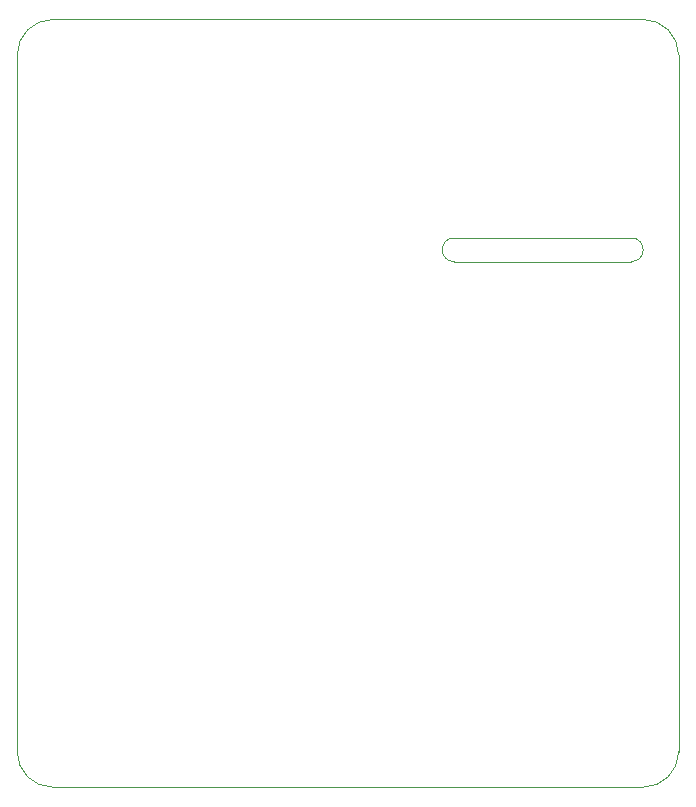
<source format=gbr>
G04 #@! TF.GenerationSoftware,KiCad,Pcbnew,(5.1.6)-1*
G04 #@! TF.CreationDate,2021-05-13T15:09:40+02:00*
G04 #@! TF.ProjectId,rysboard,72797362-6f61-4726-942e-6b696361645f,4.2*
G04 #@! TF.SameCoordinates,Original*
G04 #@! TF.FileFunction,Profile,NP*
%FSLAX46Y46*%
G04 Gerber Fmt 4.6, Leading zero omitted, Abs format (unit mm)*
G04 Created by KiCad (PCBNEW (5.1.6)-1) date 2021-05-13 15:09:40*
%MOMM*%
%LPD*%
G01*
G04 APERTURE LIST*
G04 #@! TA.AperFunction,Profile*
%ADD10C,0.100000*%
G04 #@! TD*
G04 APERTURE END LIST*
D10*
X78294000Y-65640400D02*
X128294000Y-65640400D01*
X78294000Y-65640400D02*
G75*
G03*
X75294000Y-68640400I0J-3000000D01*
G01*
X112294000Y-84140400D02*
X127294000Y-84140400D01*
X78294000Y-130640400D02*
X128294000Y-130640400D01*
X128294000Y-130640400D02*
G75*
G03*
X131294000Y-127640400I0J3000000D01*
G01*
X131294000Y-68640400D02*
G75*
G03*
X128294000Y-65640400I-3000000J0D01*
G01*
X112294000Y-84140400D02*
G75*
G03*
X112294000Y-86140400I0J-1000000D01*
G01*
X112294000Y-86140400D02*
X127294000Y-86140400D01*
X127294000Y-84140400D02*
G75*
G02*
X127294000Y-86140400I0J-1000000D01*
G01*
X131294000Y-127640400D02*
X131294000Y-68640400D01*
X75294000Y-127640400D02*
G75*
G03*
X78294000Y-130640400I3000000J0D01*
G01*
X75294000Y-127640400D02*
X75294000Y-68640400D01*
M02*

</source>
